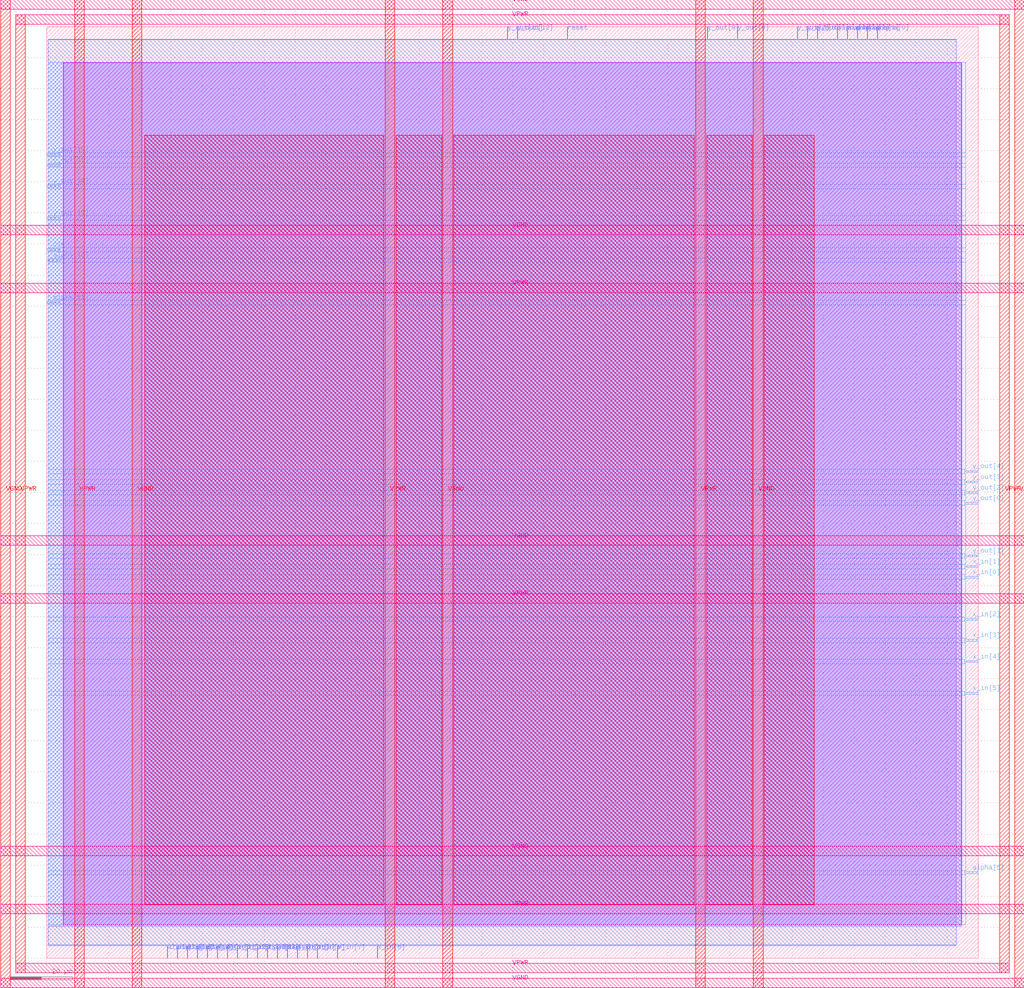
<source format=lef>
VERSION 5.7 ;
  NOWIREEXTENSIONATPIN ON ;
  DIVIDERCHAR "/" ;
  BUSBITCHARS "[]" ;
MACRO dynamic_noise_reduction
  CLASS BLOCK ;
  FOREIGN dynamic_noise_reduction ;
  ORIGIN 0.000 0.000 ;
  SIZE 300.000 BY 300.000 ;
  PIN VGND
    DIRECTION INOUT ;
    USE GROUND ;
    PORT
      LAYER met4 ;
        RECT -14.830 -9.470 -11.730 308.670 ;
    END
    PORT
      LAYER met5 ;
        RECT -14.830 -9.470 314.750 -6.370 ;
    END
    PORT
      LAYER met5 ;
        RECT -14.830 305.570 314.750 308.670 ;
    END
    PORT
      LAYER met4 ;
        RECT 311.650 -9.470 314.750 308.670 ;
    END
    PORT
      LAYER met4 ;
        RECT 27.570 -9.470 30.670 308.670 ;
    END
    PORT
      LAYER met4 ;
        RECT 127.570 -9.470 130.670 308.670 ;
    END
    PORT
      LAYER met4 ;
        RECT 227.570 -9.470 230.670 308.670 ;
    END
    PORT
      LAYER met5 ;
        RECT -14.830 32.930 314.750 36.030 ;
    END
    PORT
      LAYER met5 ;
        RECT -14.830 132.930 314.750 136.030 ;
    END
    PORT
      LAYER met5 ;
        RECT -14.830 232.930 314.750 236.030 ;
    END
  END VGND
  PIN VPWR
    DIRECTION INOUT ;
    USE POWER ;
    PORT
      LAYER met4 ;
        RECT -10.030 -4.670 -6.930 303.870 ;
    END
    PORT
      LAYER met5 ;
        RECT -10.030 -4.670 309.950 -1.570 ;
    END
    PORT
      LAYER met5 ;
        RECT -10.030 300.770 309.950 303.870 ;
    END
    PORT
      LAYER met4 ;
        RECT 306.850 -4.670 309.950 303.870 ;
    END
    PORT
      LAYER met4 ;
        RECT 8.970 -9.470 12.070 308.670 ;
    END
    PORT
      LAYER met4 ;
        RECT 108.970 -9.470 112.070 308.670 ;
    END
    PORT
      LAYER met4 ;
        RECT 208.970 -9.470 212.070 308.670 ;
    END
    PORT
      LAYER met5 ;
        RECT -14.830 14.330 314.750 17.430 ;
    END
    PORT
      LAYER met5 ;
        RECT -14.830 114.330 314.750 117.430 ;
    END
    PORT
      LAYER met5 ;
        RECT -14.830 214.330 314.750 217.430 ;
    END
  END VPWR
  PIN alpha[0]
    DIRECTION INPUT ;
    USE SIGNAL ;
    ANTENNAGATEAREA 0.196500 ;
    PORT
      LAYER met2 ;
        RECT 267.350 296.000 267.630 300.000 ;
    END
  END alpha[0]
  PIN alpha[10]
    DIRECTION INPUT ;
    USE SIGNAL ;
    ANTENNAGATEAREA 0.213000 ;
    PORT
      LAYER met3 ;
        RECT 0.000 224.440 4.000 225.040 ;
    END
  END alpha[10]
  PIN alpha[11]
    DIRECTION INPUT ;
    USE SIGNAL ;
    ANTENNAGATEAREA 0.196500 ;
    PORT
      LAYER met3 ;
        RECT 0.000 210.840 4.000 211.440 ;
    END
  END alpha[11]
  PIN alpha[12]
    DIRECTION INPUT ;
    USE SIGNAL ;
    ANTENNAGATEAREA 0.159000 ;
    PORT
      LAYER met2 ;
        RECT 41.950 0.000 42.230 4.000 ;
    END
  END alpha[12]
  PIN alpha[13]
    DIRECTION INPUT ;
    USE SIGNAL ;
    ANTENNAGATEAREA 0.196500 ;
    PORT
      LAYER met2 ;
        RECT 45.170 0.000 45.450 4.000 ;
    END
  END alpha[13]
  PIN alpha[14]
    DIRECTION INPUT ;
    USE SIGNAL ;
    ANTENNAGATEAREA 0.213000 ;
    PORT
      LAYER met2 ;
        RECT 48.390 0.000 48.670 4.000 ;
    END
  END alpha[14]
  PIN alpha[15]
    DIRECTION INPUT ;
    USE SIGNAL ;
    ANTENNAGATEAREA 0.196500 ;
    PORT
      LAYER met2 ;
        RECT 38.730 0.000 39.010 4.000 ;
    END
  END alpha[15]
  PIN alpha[1]
    DIRECTION INPUT ;
    USE SIGNAL ;
    ANTENNAGATEAREA 0.159000 ;
    PORT
      LAYER met2 ;
        RECT 264.130 296.000 264.410 300.000 ;
    END
  END alpha[1]
  PIN alpha[2]
    DIRECTION INPUT ;
    USE SIGNAL ;
    ANTENNAGATEAREA 0.213000 ;
    PORT
      LAYER met2 ;
        RECT 260.910 296.000 261.190 300.000 ;
    END
  END alpha[2]
  PIN alpha[3]
    DIRECTION INPUT ;
    USE SIGNAL ;
    ANTENNAGATEAREA 0.213000 ;
    PORT
      LAYER met2 ;
        RECT 257.690 296.000 257.970 300.000 ;
    END
  END alpha[3]
  PIN alpha[4]
    DIRECTION INPUT ;
    USE SIGNAL ;
    ANTENNAGATEAREA 0.196500 ;
    PORT
      LAYER met2 ;
        RECT 254.470 296.000 254.750 300.000 ;
    END
  END alpha[4]
  PIN alpha[5]
    DIRECTION INPUT ;
    USE SIGNAL ;
    ANTENNAGATEAREA 0.159000 ;
    PORT
      LAYER met3 ;
        RECT 296.000 27.240 300.000 27.840 ;
    END
  END alpha[5]
  PIN alpha[6]
    DIRECTION INPUT ;
    USE SIGNAL ;
    ANTENNAGATEAREA 0.159000 ;
    PORT
      LAYER met2 ;
        RECT 77.370 0.000 77.650 4.000 ;
    END
  END alpha[6]
  PIN alpha[7]
    DIRECTION INPUT ;
    USE SIGNAL ;
    ANTENNAGATEAREA 0.196500 ;
    PORT
      LAYER met2 ;
        RECT 74.150 0.000 74.430 4.000 ;
    END
  END alpha[7]
  PIN alpha[8]
    DIRECTION INPUT ;
    USE SIGNAL ;
    ANTENNAGATEAREA 0.159000 ;
    PORT
      LAYER met2 ;
        RECT 67.710 0.000 67.990 4.000 ;
    END
  END alpha[8]
  PIN alpha[9]
    DIRECTION INPUT ;
    USE SIGNAL ;
    ANTENNAGATEAREA 0.126000 ;
    PORT
      LAYER met2 ;
        RECT 51.610 0.000 51.890 4.000 ;
    END
  END alpha[9]
  PIN clk
    DIRECTION INPUT ;
    USE SIGNAL ;
    ANTENNAGATEAREA 0.852000 ;
    PORT
      LAYER met3 ;
        RECT 0.000 227.840 4.000 228.440 ;
    END
  END clk
  PIN reset
    DIRECTION INPUT ;
    USE SIGNAL ;
    ANTENNAGATEAREA 0.196500 ;
    PORT
      LAYER met2 ;
        RECT 167.530 296.000 167.810 300.000 ;
    END
  END reset
  PIN x_in[0]
    DIRECTION INPUT ;
    USE SIGNAL ;
    ANTENNAGATEAREA 0.126000 ;
    PORT
      LAYER met3 ;
        RECT 296.000 122.440 300.000 123.040 ;
    END
  END x_in[0]
  PIN x_in[10]
    DIRECTION INPUT ;
    USE SIGNAL ;
    ANTENNAGATEAREA 0.196500 ;
    PORT
      LAYER met2 ;
        RECT 54.830 0.000 55.110 4.000 ;
    END
  END x_in[10]
  PIN x_in[11]
    DIRECTION INPUT ;
    USE SIGNAL ;
    ANTENNAGATEAREA 0.196500 ;
    PORT
      LAYER met2 ;
        RECT 58.050 0.000 58.330 4.000 ;
    END
  END x_in[11]
  PIN x_in[12]
    DIRECTION INPUT ;
    USE SIGNAL ;
    ANTENNAGATEAREA 0.196500 ;
    PORT
      LAYER met2 ;
        RECT 61.270 0.000 61.550 4.000 ;
    END
  END x_in[12]
  PIN x_in[13]
    DIRECTION INPUT ;
    USE SIGNAL ;
    ANTENNAGATEAREA 0.196500 ;
    PORT
      LAYER met2 ;
        RECT 64.490 0.000 64.770 4.000 ;
    END
  END x_in[13]
  PIN x_in[14]
    DIRECTION INPUT ;
    USE SIGNAL ;
    ANTENNAGATEAREA 0.196500 ;
    PORT
      LAYER met2 ;
        RECT 70.930 0.000 71.210 4.000 ;
    END
  END x_in[14]
  PIN x_in[15]
    DIRECTION INPUT ;
    USE SIGNAL ;
    ANTENNAGATEAREA 0.196500 ;
    PORT
      LAYER met2 ;
        RECT 80.590 0.000 80.870 4.000 ;
    END
  END x_in[15]
  PIN x_in[1]
    DIRECTION INPUT ;
    USE SIGNAL ;
    ANTENNAGATEAREA 0.196500 ;
    PORT
      LAYER met3 ;
        RECT 296.000 125.840 300.000 126.440 ;
    END
  END x_in[1]
  PIN x_in[2]
    DIRECTION INPUT ;
    USE SIGNAL ;
    ANTENNAGATEAREA 0.196500 ;
    PORT
      LAYER met3 ;
        RECT 296.000 108.840 300.000 109.440 ;
    END
  END x_in[2]
  PIN x_in[3]
    DIRECTION INPUT ;
    USE SIGNAL ;
    ANTENNAGATEAREA 0.196500 ;
    PORT
      LAYER met3 ;
        RECT 296.000 102.040 300.000 102.640 ;
    END
  END x_in[3]
  PIN x_in[4]
    DIRECTION INPUT ;
    USE SIGNAL ;
    ANTENNAGATEAREA 0.196500 ;
    PORT
      LAYER met3 ;
        RECT 296.000 95.240 300.000 95.840 ;
    END
  END x_in[4]
  PIN x_in[5]
    DIRECTION INPUT ;
    USE SIGNAL ;
    ANTENNAGATEAREA 0.196500 ;
    PORT
      LAYER met3 ;
        RECT 296.000 85.040 300.000 85.640 ;
    END
  END x_in[5]
  PIN x_in[6]
    DIRECTION INPUT ;
    USE SIGNAL ;
    ANTENNAGATEAREA 0.196500 ;
    PORT
      LAYER met2 ;
        RECT 106.350 0.000 106.630 4.000 ;
    END
  END x_in[6]
  PIN x_in[7]
    DIRECTION INPUT ;
    USE SIGNAL ;
    ANTENNAGATEAREA 0.196500 ;
    PORT
      LAYER met2 ;
        RECT 93.470 0.000 93.750 4.000 ;
    END
  END x_in[7]
  PIN x_in[8]
    DIRECTION INPUT ;
    USE SIGNAL ;
    ANTENNAGATEAREA 0.196500 ;
    PORT
      LAYER met2 ;
        RECT 83.810 0.000 84.090 4.000 ;
    END
  END x_in[8]
  PIN x_in[9]
    DIRECTION INPUT ;
    USE SIGNAL ;
    ANTENNAGATEAREA 0.196500 ;
    PORT
      LAYER met2 ;
        RECT 87.030 0.000 87.310 4.000 ;
    END
  END x_in[9]
  PIN y_out[0]
    DIRECTION OUTPUT ;
    USE SIGNAL ;
    ANTENNADIFFAREA 0.445500 ;
    PORT
      LAYER met3 ;
        RECT 296.000 146.240 300.000 146.840 ;
    END
  END y_out[0]
  PIN y_out[10]
    DIRECTION OUTPUT ;
    USE SIGNAL ;
    ANTENNADIFFAREA 0.445500 ;
    PORT
      LAYER met3 ;
        RECT 0.000 258.440 4.000 259.040 ;
    END
  END y_out[10]
  PIN y_out[11]
    DIRECTION OUTPUT ;
    USE SIGNAL ;
    ANTENNADIFFAREA 0.445500 ;
    PORT
      LAYER met2 ;
        RECT 148.210 296.000 148.490 300.000 ;
    END
  END y_out[11]
  PIN y_out[12]
    DIRECTION OUTPUT ;
    USE SIGNAL ;
    ANTENNADIFFAREA 0.445500 ;
    PORT
      LAYER met2 ;
        RECT 151.430 296.000 151.710 300.000 ;
    END
  END y_out[12]
  PIN y_out[13]
    DIRECTION OUTPUT ;
    USE SIGNAL ;
    ANTENNADIFFAREA 0.445500 ;
    PORT
      LAYER met3 ;
        RECT 0.000 255.040 4.000 255.640 ;
    END
  END y_out[13]
  PIN y_out[14]
    DIRECTION OUTPUT ;
    USE SIGNAL ;
    ANTENNADIFFAREA 0.445500 ;
    PORT
      LAYER met3 ;
        RECT 0.000 248.240 4.000 248.840 ;
    END
  END y_out[14]
  PIN y_out[15]
    DIRECTION OUTPUT ;
    USE SIGNAL ;
    ANTENNADIFFAREA 0.445500 ;
    PORT
      LAYER met3 ;
        RECT 0.000 238.040 4.000 238.640 ;
    END
  END y_out[15]
  PIN y_out[1]
    DIRECTION OUTPUT ;
    USE SIGNAL ;
    ANTENNADIFFAREA 0.445500 ;
    PORT
      LAYER met3 ;
        RECT 296.000 129.240 300.000 129.840 ;
    END
  END y_out[1]
  PIN y_out[2]
    DIRECTION OUTPUT ;
    USE SIGNAL ;
    ANTENNADIFFAREA 0.445500 ;
    PORT
      LAYER met3 ;
        RECT 296.000 149.640 300.000 150.240 ;
    END
  END y_out[2]
  PIN y_out[3]
    DIRECTION OUTPUT ;
    USE SIGNAL ;
    ANTENNADIFFAREA 0.445500 ;
    PORT
      LAYER met3 ;
        RECT 296.000 153.040 300.000 153.640 ;
    END
  END y_out[3]
  PIN y_out[4]
    DIRECTION OUTPUT ;
    USE SIGNAL ;
    ANTENNADIFFAREA 0.445500 ;
    PORT
      LAYER met3 ;
        RECT 296.000 156.440 300.000 157.040 ;
    END
  END y_out[4]
  PIN y_out[5]
    DIRECTION OUTPUT ;
    USE SIGNAL ;
    ANTENNADIFFAREA 0.445500 ;
    PORT
      LAYER met2 ;
        RECT 248.030 296.000 248.310 300.000 ;
    END
  END y_out[5]
  PIN y_out[6]
    DIRECTION OUTPUT ;
    USE SIGNAL ;
    ANTENNADIFFAREA 0.445500 ;
    PORT
      LAYER met2 ;
        RECT 244.810 296.000 245.090 300.000 ;
    END
  END y_out[6]
  PIN y_out[7]
    DIRECTION OUTPUT ;
    USE SIGNAL ;
    ANTENNADIFFAREA 0.445500 ;
    PORT
      LAYER met2 ;
        RECT 241.590 296.000 241.870 300.000 ;
    END
  END y_out[7]
  PIN y_out[8]
    DIRECTION OUTPUT ;
    USE SIGNAL ;
    ANTENNADIFFAREA 0.445500 ;
    PORT
      LAYER met2 ;
        RECT 222.270 296.000 222.550 300.000 ;
    END
  END y_out[8]
  PIN y_out[9]
    DIRECTION OUTPUT ;
    USE SIGNAL ;
    ANTENNADIFFAREA 0.445500 ;
    PORT
      LAYER met2 ;
        RECT 212.610 296.000 212.890 300.000 ;
    END
  END y_out[9]
  OBS
      LAYER nwell ;
        RECT 5.330 10.795 294.590 288.405 ;
      LAYER li1 ;
        RECT 5.520 10.795 294.400 288.405 ;
      LAYER met1 ;
        RECT 0.530 10.240 294.400 288.560 ;
      LAYER met2 ;
        RECT 0.550 295.720 147.930 296.000 ;
        RECT 148.770 295.720 151.150 296.000 ;
        RECT 151.990 295.720 167.250 296.000 ;
        RECT 168.090 295.720 212.330 296.000 ;
        RECT 213.170 295.720 221.990 296.000 ;
        RECT 222.830 295.720 241.310 296.000 ;
        RECT 242.150 295.720 244.530 296.000 ;
        RECT 245.370 295.720 247.750 296.000 ;
        RECT 248.590 295.720 254.190 296.000 ;
        RECT 255.030 295.720 257.410 296.000 ;
        RECT 258.250 295.720 260.630 296.000 ;
        RECT 261.470 295.720 263.850 296.000 ;
        RECT 264.690 295.720 267.070 296.000 ;
        RECT 267.910 295.720 292.930 296.000 ;
        RECT 0.550 4.280 292.930 295.720 ;
        RECT 0.550 4.000 38.450 4.280 ;
        RECT 39.290 4.000 41.670 4.280 ;
        RECT 42.510 4.000 44.890 4.280 ;
        RECT 45.730 4.000 48.110 4.280 ;
        RECT 48.950 4.000 51.330 4.280 ;
        RECT 52.170 4.000 54.550 4.280 ;
        RECT 55.390 4.000 57.770 4.280 ;
        RECT 58.610 4.000 60.990 4.280 ;
        RECT 61.830 4.000 64.210 4.280 ;
        RECT 65.050 4.000 67.430 4.280 ;
        RECT 68.270 4.000 70.650 4.280 ;
        RECT 71.490 4.000 73.870 4.280 ;
        RECT 74.710 4.000 77.090 4.280 ;
        RECT 77.930 4.000 80.310 4.280 ;
        RECT 81.150 4.000 83.530 4.280 ;
        RECT 84.370 4.000 86.750 4.280 ;
        RECT 87.590 4.000 93.190 4.280 ;
        RECT 94.030 4.000 106.070 4.280 ;
        RECT 106.910 4.000 292.930 4.280 ;
      LAYER met3 ;
        RECT 0.525 259.440 296.000 288.485 ;
        RECT 4.400 258.040 296.000 259.440 ;
        RECT 0.525 256.040 296.000 258.040 ;
        RECT 4.400 254.640 296.000 256.040 ;
        RECT 0.525 249.240 296.000 254.640 ;
        RECT 4.400 247.840 296.000 249.240 ;
        RECT 0.525 239.040 296.000 247.840 ;
        RECT 4.400 237.640 296.000 239.040 ;
        RECT 0.525 228.840 296.000 237.640 ;
        RECT 4.400 227.440 296.000 228.840 ;
        RECT 0.525 225.440 296.000 227.440 ;
        RECT 4.400 224.040 296.000 225.440 ;
        RECT 0.525 211.840 296.000 224.040 ;
        RECT 4.400 210.440 296.000 211.840 ;
        RECT 0.525 157.440 296.000 210.440 ;
        RECT 0.525 156.040 295.600 157.440 ;
        RECT 0.525 154.040 296.000 156.040 ;
        RECT 0.525 152.640 295.600 154.040 ;
        RECT 0.525 150.640 296.000 152.640 ;
        RECT 0.525 149.240 295.600 150.640 ;
        RECT 0.525 147.240 296.000 149.240 ;
        RECT 0.525 145.840 295.600 147.240 ;
        RECT 0.525 130.240 296.000 145.840 ;
        RECT 0.525 128.840 295.600 130.240 ;
        RECT 0.525 126.840 296.000 128.840 ;
        RECT 0.525 125.440 295.600 126.840 ;
        RECT 0.525 123.440 296.000 125.440 ;
        RECT 0.525 122.040 295.600 123.440 ;
        RECT 0.525 109.840 296.000 122.040 ;
        RECT 0.525 108.440 295.600 109.840 ;
        RECT 0.525 103.040 296.000 108.440 ;
        RECT 0.525 101.640 295.600 103.040 ;
        RECT 0.525 96.240 296.000 101.640 ;
        RECT 0.525 94.840 295.600 96.240 ;
        RECT 0.525 86.040 296.000 94.840 ;
        RECT 0.525 84.640 295.600 86.040 ;
        RECT 0.525 28.240 296.000 84.640 ;
        RECT 0.525 26.840 295.600 28.240 ;
        RECT 0.525 10.715 296.000 26.840 ;
      LAYER met4 ;
        RECT 31.575 17.175 108.570 265.025 ;
        RECT 112.470 17.175 127.170 265.025 ;
        RECT 131.070 17.175 208.570 265.025 ;
        RECT 212.470 17.175 227.170 265.025 ;
        RECT 231.070 17.175 247.185 265.025 ;
  END
END dynamic_noise_reduction
END LIBRARY


</source>
